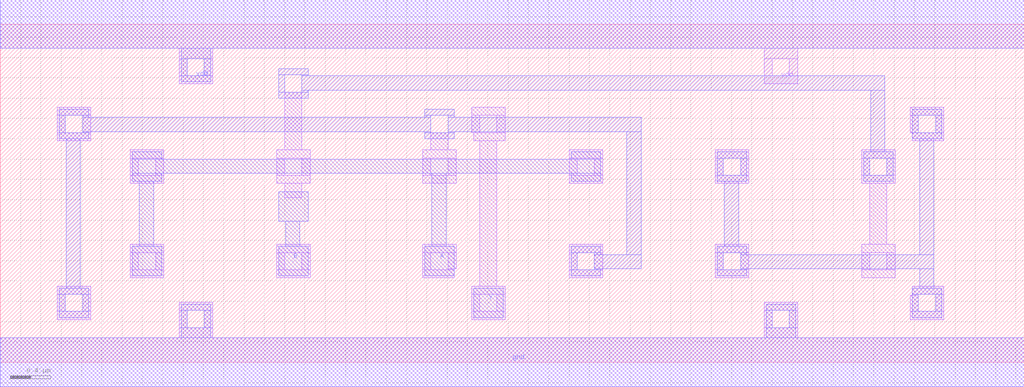
<source format=lef>
VERSION 5.7 ;
  NOWIREEXTENSIONATPIN ON ;
  DIVIDERCHAR "/" ;
  BUSBITCHARS "[]" ;
MACRO XOR2X1
  CLASS CORE ;
  FOREIGN XOR2X1 ;
  ORIGIN 0.000 0.000 ;
  SIZE 10.080 BY 3.330 ;
  SYMMETRY X Y R90 ;
  SITE unit ;
  PIN vdd
    DIRECTION INOUT ;
    USE POWER ;
    SHAPE ABUTMENT ;
    PORT
      LAYER met1 ;
        RECT 0.000 3.090 10.080 3.570 ;
        RECT 1.780 2.990 2.070 3.090 ;
        RECT 1.780 2.820 1.840 2.990 ;
        RECT 2.010 2.820 2.070 2.990 ;
        RECT 1.780 2.760 2.070 2.820 ;
    END
    PORT
      LAYER li1 ;
        RECT 0.000 3.090 10.080 3.570 ;
        RECT 1.760 2.990 2.090 3.090 ;
        RECT 1.760 2.820 1.840 2.990 ;
        RECT 2.010 2.820 2.090 2.990 ;
        RECT 1.760 2.740 2.090 2.820 ;
        RECT 7.520 2.990 7.850 3.090 ;
        RECT 7.520 2.820 7.600 2.990 ;
        RECT 7.770 2.820 7.850 2.990 ;
        RECT 7.520 2.740 7.850 2.820 ;
    END
  END vdd
  PIN gnd
    DIRECTION INOUT ;
    USE GROUND ;
    SHAPE ABUTMENT ;
    PORT
      LAYER met1 ;
        RECT 1.780 0.510 2.070 0.570 ;
        RECT 1.780 0.340 1.840 0.510 ;
        RECT 2.010 0.340 2.070 0.510 ;
        RECT 1.780 0.240 2.070 0.340 ;
        RECT 7.540 0.510 7.830 0.570 ;
        RECT 7.540 0.340 7.600 0.510 ;
        RECT 7.770 0.340 7.830 0.510 ;
        RECT 7.540 0.240 7.830 0.340 ;
        RECT 0.000 -0.240 10.080 0.240 ;
    END
    PORT
      LAYER li1 ;
        RECT 1.760 0.510 2.090 0.590 ;
        RECT 1.760 0.340 1.840 0.510 ;
        RECT 2.010 0.340 2.090 0.510 ;
        RECT 1.760 0.240 2.090 0.340 ;
        RECT 7.520 0.510 7.850 0.590 ;
        RECT 7.520 0.340 7.600 0.510 ;
        RECT 7.770 0.340 7.850 0.510 ;
        RECT 7.520 0.240 7.850 0.340 ;
        RECT 0.000 -0.240 10.080 0.240 ;
    END
  END gnd
  PIN Y
    DIRECTION INOUT ;
    USE SIGNAL ;
    SHAPE ABUTMENT ;
    PORT
      LAYER met1 ;
        RECT 4.660 0.440 4.950 0.730 ;
    END
  END Y
  PIN A
    DIRECTION INOUT ;
    USE SIGNAL ;
    SHAPE ABUTMENT ;
    PORT
      LAYER met1 ;
        RECT 1.300 2.000 1.590 2.070 ;
        RECT 5.620 2.000 5.910 2.070 ;
        RECT 1.300 1.860 5.910 2.000 ;
        RECT 1.300 1.780 1.590 1.860 ;
        RECT 1.370 1.140 1.510 1.780 ;
        RECT 4.250 1.140 4.390 1.860 ;
        RECT 5.620 1.780 5.910 1.860 ;
        RECT 1.300 0.850 1.590 1.140 ;
        RECT 4.180 0.850 4.470 1.140 ;
    END
  END A
  PIN B
    DIRECTION INOUT ;
    USE SIGNAL ;
    SHAPE ABUTMENT ;
    PORT
      LAYER met1 ;
        RECT 2.740 1.390 3.030 1.680 ;
        RECT 2.810 1.140 2.950 1.390 ;
        RECT 2.740 0.850 3.030 1.140 ;
    END
  END B
  OBS
      LAYER li1 ;
        RECT 0.560 2.430 0.890 2.510 ;
        RECT 0.560 2.260 0.640 2.430 ;
        RECT 0.810 2.260 0.890 2.430 ;
        RECT 0.560 2.180 0.890 2.260 ;
        RECT 2.800 2.090 2.970 2.660 ;
        RECT 4.640 2.430 4.970 2.510 ;
        RECT 4.640 2.260 4.720 2.430 ;
        RECT 4.890 2.260 4.970 2.430 ;
        RECT 8.960 2.430 9.290 2.510 ;
        RECT 8.960 2.260 9.040 2.430 ;
        RECT 9.210 2.260 9.290 2.430 ;
        RECT 4.240 2.090 4.410 2.260 ;
        RECT 4.660 2.180 4.970 2.260 ;
        RECT 8.980 2.180 9.290 2.260 ;
        RECT 1.280 2.010 1.610 2.090 ;
        RECT 1.280 1.840 1.360 2.010 ;
        RECT 1.530 1.840 1.610 2.010 ;
        RECT 1.280 1.760 1.610 1.840 ;
        RECT 2.720 2.010 3.050 2.090 ;
        RECT 2.720 1.840 2.800 2.010 ;
        RECT 2.970 1.840 3.050 2.010 ;
        RECT 2.720 1.760 3.050 1.840 ;
        RECT 4.160 2.010 4.490 2.090 ;
        RECT 4.160 1.840 4.240 2.010 ;
        RECT 4.410 1.840 4.490 2.010 ;
        RECT 4.160 1.760 4.490 1.840 ;
        RECT 2.800 1.620 2.970 1.760 ;
        RECT 1.280 1.080 1.610 1.160 ;
        RECT 1.280 0.910 1.360 1.080 ;
        RECT 1.530 0.910 1.610 1.080 ;
        RECT 1.280 0.830 1.610 0.910 ;
        RECT 2.720 1.080 3.050 1.160 ;
        RECT 2.720 0.910 2.800 1.080 ;
        RECT 2.970 0.910 3.050 1.080 ;
        RECT 2.720 0.830 3.050 0.910 ;
        RECT 4.160 1.080 4.490 1.160 ;
        RECT 4.160 0.910 4.240 1.080 ;
        RECT 4.410 0.920 4.490 1.080 ;
        RECT 4.410 0.910 4.470 0.920 ;
        RECT 4.160 0.830 4.470 0.910 ;
        RECT 4.720 0.750 4.890 2.180 ;
        RECT 5.600 2.010 5.930 2.090 ;
        RECT 5.600 1.840 5.680 2.010 ;
        RECT 5.850 1.840 5.930 2.010 ;
        RECT 5.600 1.760 5.930 1.840 ;
        RECT 7.040 2.010 7.370 2.090 ;
        RECT 7.040 1.840 7.120 2.010 ;
        RECT 7.290 1.840 7.370 2.010 ;
        RECT 7.040 1.760 7.370 1.840 ;
        RECT 8.480 2.010 8.810 2.090 ;
        RECT 8.480 1.840 8.560 2.010 ;
        RECT 8.730 1.840 8.810 2.010 ;
        RECT 8.480 1.760 8.810 1.840 ;
        RECT 8.560 1.160 8.730 1.760 ;
        RECT 5.600 1.080 5.930 1.160 ;
        RECT 5.600 0.910 5.680 1.080 ;
        RECT 5.850 0.910 5.930 1.080 ;
        RECT 5.600 0.830 5.930 0.910 ;
        RECT 7.040 1.080 7.370 1.160 ;
        RECT 7.040 0.910 7.120 1.080 ;
        RECT 7.290 0.910 7.370 1.080 ;
        RECT 7.040 0.830 7.370 0.910 ;
        RECT 8.480 1.080 8.810 1.160 ;
        RECT 8.480 0.910 8.560 1.080 ;
        RECT 8.730 0.910 8.810 1.080 ;
        RECT 8.480 0.830 8.810 0.910 ;
        RECT 0.560 0.670 0.890 0.750 ;
        RECT 0.560 0.500 0.640 0.670 ;
        RECT 0.810 0.500 0.890 0.670 ;
        RECT 0.560 0.420 0.890 0.500 ;
        RECT 4.640 0.670 4.970 0.750 ;
        RECT 4.640 0.500 4.720 0.670 ;
        RECT 4.890 0.500 4.970 0.670 ;
        RECT 8.980 0.670 9.290 0.750 ;
        RECT 8.980 0.660 9.040 0.670 ;
        RECT 4.640 0.420 4.970 0.500 ;
        RECT 8.960 0.500 9.040 0.660 ;
        RECT 9.210 0.500 9.290 0.670 ;
        RECT 8.960 0.420 9.290 0.500 ;
      LAYER met1 ;
        RECT 2.740 2.830 3.030 2.890 ;
        RECT 2.740 2.660 2.800 2.830 ;
        RECT 2.970 2.820 3.030 2.830 ;
        RECT 2.970 2.680 8.710 2.820 ;
        RECT 2.970 2.660 3.030 2.680 ;
        RECT 2.740 2.600 3.030 2.660 ;
        RECT 0.580 2.430 0.870 2.490 ;
        RECT 0.580 2.260 0.640 2.430 ;
        RECT 0.810 2.410 0.870 2.430 ;
        RECT 4.180 2.430 4.470 2.490 ;
        RECT 4.180 2.410 4.240 2.430 ;
        RECT 0.810 2.270 4.240 2.410 ;
        RECT 0.810 2.260 0.870 2.270 ;
        RECT 0.580 2.200 0.870 2.260 ;
        RECT 4.180 2.260 4.240 2.270 ;
        RECT 4.410 2.410 4.470 2.430 ;
        RECT 4.410 2.270 6.310 2.410 ;
        RECT 4.410 2.260 4.470 2.270 ;
        RECT 4.180 2.200 4.470 2.260 ;
        RECT 0.650 0.730 0.790 2.200 ;
        RECT 5.620 1.080 5.910 1.140 ;
        RECT 5.620 0.910 5.680 1.080 ;
        RECT 5.850 1.060 5.910 1.080 ;
        RECT 6.170 1.060 6.310 2.270 ;
        RECT 8.570 2.070 8.710 2.680 ;
        RECT 8.980 2.430 9.270 2.490 ;
        RECT 8.980 2.260 9.040 2.430 ;
        RECT 9.210 2.260 9.270 2.430 ;
        RECT 8.980 2.200 9.270 2.260 ;
        RECT 7.060 2.010 7.350 2.070 ;
        RECT 7.060 1.840 7.120 2.010 ;
        RECT 7.290 1.840 7.350 2.010 ;
        RECT 7.060 1.780 7.350 1.840 ;
        RECT 8.500 2.010 8.790 2.070 ;
        RECT 8.500 1.840 8.560 2.010 ;
        RECT 8.730 1.840 8.790 2.010 ;
        RECT 8.500 1.780 8.790 1.840 ;
        RECT 7.130 1.140 7.270 1.780 ;
        RECT 5.850 0.920 6.310 1.060 ;
        RECT 7.060 1.080 7.350 1.140 ;
        RECT 5.850 0.910 5.910 0.920 ;
        RECT 5.620 0.850 5.910 0.910 ;
        RECT 7.060 0.910 7.120 1.080 ;
        RECT 7.290 1.060 7.350 1.080 ;
        RECT 9.050 1.060 9.190 2.200 ;
        RECT 7.290 0.920 9.190 1.060 ;
        RECT 7.290 0.910 7.350 0.920 ;
        RECT 7.060 0.850 7.350 0.910 ;
        RECT 9.050 0.730 9.190 0.920 ;
        RECT 0.580 0.670 0.870 0.730 ;
        RECT 0.580 0.500 0.640 0.670 ;
        RECT 0.810 0.500 0.870 0.670 ;
        RECT 0.580 0.440 0.870 0.500 ;
        RECT 8.980 0.670 9.270 0.730 ;
        RECT 8.980 0.500 9.040 0.670 ;
        RECT 9.210 0.500 9.270 0.670 ;
        RECT 8.980 0.440 9.270 0.500 ;
  END
END XOR2X1
END LIBRARY


</source>
